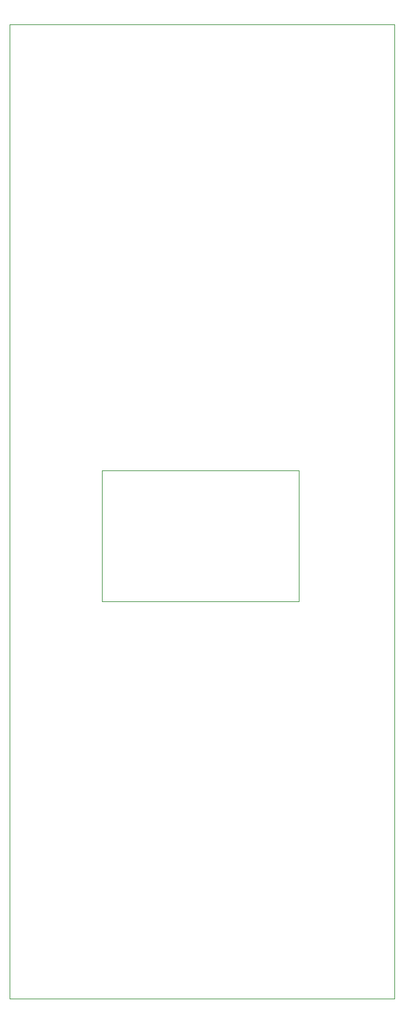
<source format=gbr>
%TF.GenerationSoftware,KiCad,Pcbnew,5.1.10-1.fc33*%
%TF.CreationDate,2021-09-20T13:46:23-04:00*%
%TF.ProjectId,vccg_faceplate,76636367-5f66-4616-9365-706c6174652e,rev?*%
%TF.SameCoordinates,Original*%
%TF.FileFunction,Profile,NP*%
%FSLAX46Y46*%
G04 Gerber Fmt 4.6, Leading zero omitted, Abs format (unit mm)*
G04 Created by KiCad (PCBNEW 5.1.10-1.fc33) date 2021-09-20 13:46:23*
%MOMM*%
%LPD*%
G01*
G04 APERTURE LIST*
%TA.AperFunction,Profile*%
%ADD10C,0.050000*%
%TD*%
G04 APERTURE END LIST*
D10*
X190000000Y-71300000D02*
X190000000Y-88600000D01*
X216000000Y-71300000D02*
X190000000Y-71300000D01*
X216000000Y-88600000D02*
X216000000Y-71300000D01*
X190000000Y-88600000D02*
X216000000Y-88600000D01*
X177800000Y-127508000D02*
X177800000Y-24130000D01*
X228600000Y-12446000D02*
X177800000Y-12446000D01*
X228600000Y-24130000D02*
X228600000Y-12446000D01*
X228600000Y-140970000D02*
X177800000Y-140970000D01*
X228600000Y-127508000D02*
X228600000Y-140970000D01*
X177800000Y-12446000D02*
X177800000Y-12700000D01*
X177800000Y-140970000D02*
X177800000Y-139700000D01*
X177800000Y-12700000D02*
X177800000Y-15240000D01*
X177800000Y-139700000D02*
X177800000Y-137160000D01*
X177800000Y-15240000D02*
X177800000Y-17780000D01*
X177800000Y-137160000D02*
X177800000Y-134874000D01*
X177800000Y-17780000D02*
X177800000Y-24130000D01*
X177800000Y-134874000D02*
X177800000Y-127508000D01*
X228600000Y-127508000D02*
X228600000Y-24130000D01*
M02*

</source>
